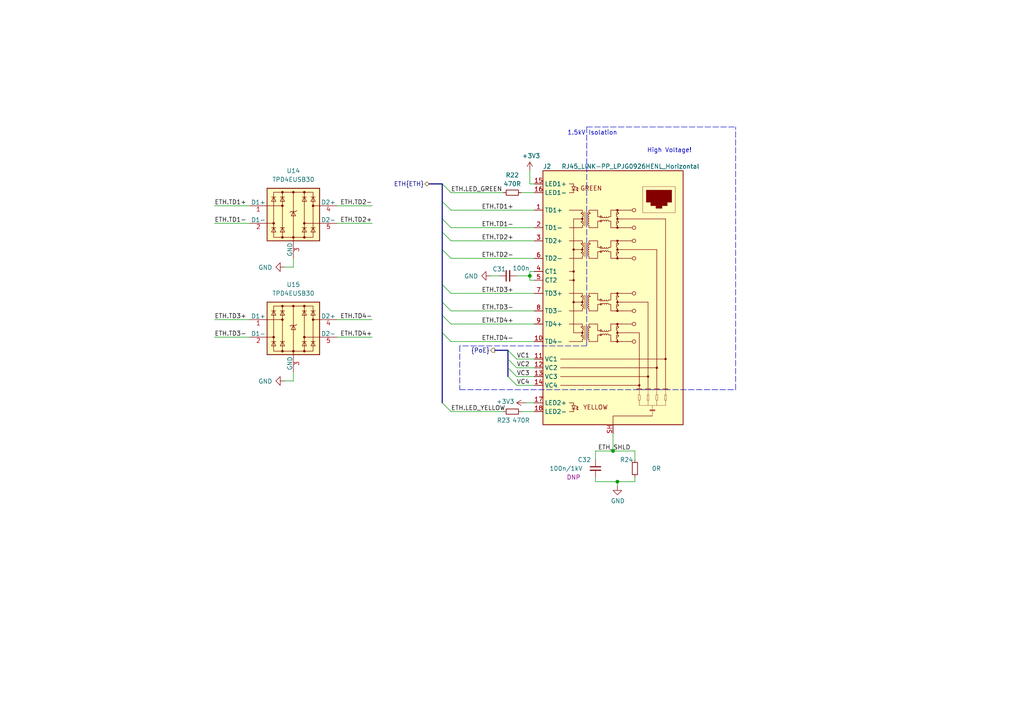
<source format=kicad_sch>
(kicad_sch (version 20211123) (generator eeschema)
  (paper "A4")
  (title_block (title "Ethernet") (date "2022-01-08") (rev "1.1") (company "Nabu Casa") (comment 1 "www.nabucasa.com") (comment 2 "Yellow"))
  (lib_symbols
    (symbol "Device:C_Small" (pin_numbers hide) (pin_names (offset 0.254) hide)
      (property "Reference" "C" (at 0.254 1.778 0))
      (property "Value" "C_Small" (at 0.254 -2.032 0))
      (symbol "C_Small_0_1"
        (polyline (pts (xy -1.524 -0.508) (xy 1.524 -0.508)) (stroke (width 0.3302)))
        (polyline (pts (xy -1.524 0.508) (xy 1.524 0.508)) (stroke (width 0.3048)))
      )
      (symbol "C_Small_1_1"
        (pin passive line (at 0 2.54 270) (length 2.032) (name "~") (number "1"))
        (pin passive line (at 0 -2.54 90) (length 2.032) (name "~") (number "2"))
      )
    )
    (symbol "Device:R_Small" (pin_numbers hide) (pin_names (offset 0.254) hide)
      (property "Reference" "R" (at 0.762 0.508 0))
      (property "Value" "R_Small" (at 0.762 -1.016 0))
      (symbol "R_Small_0_1"
        (rectangle (start -0.762 1.778) (end 0.762 -1.778) (stroke (width 0.2032)))
      )
      (symbol "R_Small_1_1"
        (pin passive line (at 0 2.54 270) (length 0.762) (name "~") (number "1"))
        (pin passive line (at 0 -2.54 90) (length 0.762) (name "~") (number "2"))
      )
    )
    (symbol "Power_Protection:TPD4EUSB30_1" (pin_names (offset 0))
      (property "Reference" "U" (at -0.635 8.89 0))
      (property "Value" "TPD4EUSB30" (at 8.89 -10.16 0))
      (symbol "TPD4EUSB30_1_0_0"
        (rectangle (start -5.715 6.477) (end 5.715 -6.604))
        (polyline (pts (xy -3.175 -6.604) (xy -3.175 6.477)))
        (polyline (pts (xy 0 6.477) (xy 0 -6.604)))
        (polyline (pts (xy 3.175 6.477) (xy 3.175 -6.604)))
      )
      (symbol "TPD4EUSB30_1_0_1"
        (rectangle (start -7.62 7.62) (end 7.62 -7.62) (stroke (width 0.254)) (fill (type background)))
        (circle (center -5.715 -2.54) (radius 0.2794) (fill (type outline)))
        (circle (center -3.175 -6.604) (radius 0.2794) (fill (type outline)))
        (circle (center -3.175 2.54) (radius 0.2794) (fill (type outline)))
        (circle (center -3.175 6.477) (radius 0.2794) (fill (type outline)))
        (circle (center 0 -6.604) (radius 0.2794) (fill (type outline)))
        (polyline (pts (xy -7.747 2.54) (xy -3.175 2.54)))
        (polyline (pts (xy -7.62 -2.54) (xy -5.715 -2.54)))
        (polyline (pts (xy -5.08 -3.81) (xy -6.35 -3.81)))
        (polyline (pts (xy -5.08 5.08) (xy -6.35 5.08)))
        (polyline (pts (xy -2.54 -3.81) (xy -3.81 -3.81)))
        (polyline (pts (xy -2.54 5.08) (xy -3.81 5.08)))
        (polyline (pts (xy -0.635 0.889) (xy -1.016 0.635)))
        (polyline (pts (xy 0 -6.604) (xy 0 -7.62)))
        (polyline (pts (xy 0.635 0.889) (xy -0.635 0.889)))
        (polyline (pts (xy 0.635 0.889) (xy 1.016 1.143)))
        (polyline (pts (xy 3.81 -3.81) (xy 2.54 -3.81)))
        (polyline (pts (xy 3.81 5.08) (xy 2.54 5.08)))
        (polyline (pts (xy 6.35 -3.81) (xy 5.08 -3.81)))
        (polyline (pts (xy 6.35 5.08) (xy 5.08 5.08)))
        (polyline (pts (xy 7.62 -2.54) (xy 3.175 -2.54)))
        (polyline (pts (xy 7.62 2.54) (xy 5.715 2.54)))
        (polyline (pts (xy -5.08 -5.08) (xy -6.35 -5.08) (xy -5.715 -3.81) (xy -5.08 -5.08)))
        (polyline (pts (xy -5.08 3.81) (xy -6.35 3.81) (xy -5.715 5.08) (xy -5.08 3.81)))
        (polyline (pts (xy -2.54 -5.08) (xy -3.81 -5.08) (xy -3.175 -3.81) (xy -2.54 -5.08)))
        (polyline (pts (xy -2.54 3.81) (xy -3.81 3.81) (xy -3.175 5.08) (xy -2.54 3.81)))
        (polyline (pts (xy 0.635 -0.381) (xy -0.635 -0.381) (xy 0 0.889) (xy 0.635 -0.381)))
        (polyline (pts (xy 3.81 -5.08) (xy 2.54 -5.08) (xy 3.175 -3.81) (xy 3.81 -5.08)))
        (polyline (pts (xy 3.81 3.81) (xy 2.54 3.81) (xy 3.175 5.08) (xy 3.81 3.81)))
        (polyline (pts (xy 6.35 -5.08) (xy 5.08 -5.08) (xy 5.715 -3.81) (xy 6.35 -5.08)))
        (polyline (pts (xy 6.35 3.81) (xy 5.08 3.81) (xy 5.715 5.08) (xy 6.35 3.81)))
        (circle (center 0 6.477) (radius 0.2794) (fill (type outline)))
        (circle (center 3.175 -6.604) (radius 0.2794) (fill (type outline)))
        (circle (center 3.175 -2.54) (radius 0.2794) (fill (type outline)))
        (circle (center 3.175 6.477) (radius 0.2794) (fill (type outline)))
        (circle (center 5.715 2.54) (radius 0.2794) (fill (type outline)))
      )
      (symbol "TPD4EUSB30_1_1_1"
        (pin passive line (at -12.7 2.54 0) (length 5.08) (name "D1+") (number "1"))
        (pin passive line (at -12.7 2.54 0) (length 5.08) hide (name "D1+") (number "10"))
        (pin passive line (at -12.7 -2.54 0) (length 5.08) (name "D1-") (number "2"))
        (pin power_in line (at 0 -12.7 90) (length 5.08) (name "GND") (number "3"))
        (pin passive line (at 12.7 2.54 180) (length 5.08) (name "D2+") (number "4"))
        (pin passive line (at 12.7 -2.54 180) (length 5.08) (name "D2-") (number "5"))
        (pin passive line (at 12.7 -2.54 180) (length 5.08) hide (name "D2-") (number "6"))
        (pin passive line (at 12.7 2.54 180) (length 5.08) hide (name "D2+") (number "7"))
        (pin passive line (at 0 -12.7 90) (length 5.08) hide (name "GND") (number "8"))
        (pin passive line (at -12.7 -2.54 0) (length 5.08) hide (name "D1-") (number "9"))
      )
    )
    (symbol "Yellow:RJ45_LINK-PP_LPJG0926HENL_Horizontal"
      (property "Reference" "J" (at -20.32 38.1 0))
      (property "Value" "RJ45_LINK-PP_LPJG0926HENL_Horizontal" (at 5.08 38.1 0))
      (symbol "RJ45_LINK-PP_LPJG0926HENL_Horizontal_0_0"
        (polyline (pts (xy 7.62 -31.242) (xy 15.24 -31.242)) (stroke (width 0.0006)))
        (polyline (pts (xy 7.62 -29.718) (xy 7.62 -31.242)) (stroke (width 0.0006)))
        (polyline (pts (xy 7.62 -26.67) (xy 7.62 -28.194)) (stroke (width 0.0006)))
        (polyline (pts (xy 10.16 -29.718) (xy 10.16 -31.242)) (stroke (width 0.0006)))
        (polyline (pts (xy 10.16 -26.67) (xy 10.16 -28.194)) (stroke (width 0.0006)))
        (polyline (pts (xy 11.43 -34.29) (xy 11.43 -32.766)) (stroke (width 0.0006)))
        (polyline (pts (xy 11.43 -32.512) (xy 11.43 -31.242)) (stroke (width 0.0006)))
        (polyline (pts (xy 12.7 -29.718) (xy 12.7 -31.242)) (stroke (width 0.0006)))
        (polyline (pts (xy 12.7 -26.67) (xy 12.7 -28.194)) (stroke (width 0.0006)))
        (polyline (pts (xy 15.24 -29.718) (xy 15.24 -31.242)) (stroke (width 0.0006)))
        (polyline (pts (xy 15.24 -26.67) (xy 15.24 -28.194)) (stroke (width 0.0006)))
        (rectangle (start 7.366 -28.194) (end 7.874 -29.718) (stroke (width 0.0006)))
        (rectangle (start 8.636 32.258) (end 18.034 24.638) (stroke (width 0.0006)))
        (rectangle (start 9.652 31.242) (end 17.018 27.686) (stroke (width 0.0006)) (fill (type outline)))
        (rectangle (start 9.906 -28.194) (end 10.414 -29.718) (stroke (width 0.0006)))
        (rectangle (start 10.922 27.686) (end 15.748 26.67) (stroke (width 0.0006)) (fill (type outline)))
        (rectangle (start 12.446 -28.194) (end 12.954 -29.718) (stroke (width 0.0006)))
        (rectangle (start 12.446 26.67) (end 14.224 25.908) (stroke (width 0.0006)) (fill (type outline)))
        (rectangle (start 14.986 -28.194) (end 15.494 -29.718) (stroke (width 0.0006)))
        (text "GREEN" (at -6.35 31.75 0) (effects (font (size 1.27 1.27))))
        (text "YELLOW" (at -5.08 -31.75 0) (effects (font (size 1.27 1.27))))
      )
      (symbol "RJ45_LINK-PP_LPJG0926HENL_Horizontal_0_1"
        (rectangle (start -20.32 36.83) (end 20.32 -36.83) (stroke (width 0.254)) (fill (type background)))
        (circle (center -11.43 -1.27) (radius 0.254) (fill (type outline)))
        (circle (center -11.43 5.08) (radius 0.254) (fill (type outline)))
        (circle (center -11.43 7.62) (radius 0.254) (fill (type outline)))
        (circle (center -11.43 13.97) (radius 0.254) (fill (type outline)))
        (circle (center -9.144 -11.049) (radius 0.127) (fill (type outline)))
        (circle (center -9.144 -8.509) (radius 0.127) (fill (type outline)))
        (circle (center -9.144 -2.159) (radius 0.127) (fill (type outline)))
        (circle (center -9.144 0.381) (radius 0.127) (fill (type outline)))
        (circle (center -9.144 13.081) (radius 0.127) (fill (type outline)))
        (circle (center -9.144 15.621) (radius 0.127) (fill (type outline)))
        (circle (center -9.144 21.971) (radius 0.127) (fill (type outline)))
        (circle (center -9.144 24.511) (radius 0.127) (fill (type outline)))
        (arc (start -8.89 -12.065) (mid -8.5849 -11.7475) (end -8.89 -11.43))
        (arc (start -8.89 -11.43) (mid -8.5849 -11.1125) (end -8.89 -10.795))
        (circle (center -8.89 -10.16) (radius 0.254) (fill (type outline)))
        (arc (start -8.89 -9.525) (mid -8.5849 -9.2075) (end -8.89 -8.89))
        (arc (start -8.89 -8.89) (mid -8.5849 -8.5725) (end -8.89 -8.255))
        (arc (start -8.89 -3.175) (mid -8.5849 -2.8575) (end -8.89 -2.54))
        (arc (start -8.89 -2.54) (mid -8.5849 -2.2225) (end -8.89 -1.905))
        (circle (center -8.89 -1.27) (radius 0.254) (fill (type outline)))
        (arc (start -8.89 -0.635) (mid -8.5849 -0.3175) (end -8.89 0))
        (arc (start -8.89 0) (mid -8.5849 0.3175) (end -8.89 0.635))
        (arc (start -8.89 12.065) (mid -8.5849 12.3825) (end -8.89 12.7))
        (arc (start -8.89 12.7) (mid -8.5849 13.0175) (end -8.89 13.335))
        (circle (center -8.89 13.97) (radius 0.254) (fill (type outline)))
        (arc (start -8.89 14.605) (mid -8.5849 14.9225) (end -8.89 15.24))
        (arc (start -8.89 15.24) (mid -8.5849 15.5575) (end -8.89 15.875))
        (arc (start -8.89 20.955) (mid -8.5849 21.2725) (end -8.89 21.59))
        (arc (start -8.89 21.59) (mid -8.5849 21.9075) (end -8.89 22.225))
        (circle (center -8.89 22.86) (radius 0.254) (fill (type outline)))
        (arc (start -8.89 23.495) (mid -8.5849 23.8125) (end -8.89 24.13))
        (arc (start -8.89 24.13) (mid -8.5849 24.4475) (end -8.89 24.765))
        (arc (start -6.985 -11.43) (mid -7.2901 -11.7475) (end -6.985 -12.065))
        (arc (start -6.985 -10.795) (mid -7.2901 -11.1125) (end -6.985 -11.43))
        (arc (start -6.985 -10.16) (mid -7.2901 -10.4775) (end -6.985 -10.795))
        (arc (start -6.985 -9.525) (mid -7.2901 -9.8425) (end -6.985 -10.16))
        (arc (start -6.985 -8.89) (mid -7.2901 -9.2075) (end -6.985 -9.525))
        (arc (start -6.985 -8.255) (mid -7.2901 -8.5725) (end -6.985 -8.89))
        (arc (start -6.985 -2.54) (mid -7.2901 -2.8575) (end -6.985 -3.175))
        (arc (start -6.985 -1.905) (mid -7.2901 -2.2225) (end -6.985 -2.54))
        (arc (start -6.985 -1.27) (mid -7.2901 -1.5875) (end -6.985 -1.905))
        (arc (start -6.985 -0.635) (mid -7.2901 -0.9525) (end -6.985 -1.27))
        (arc (start -6.985 0) (mid -7.2901 -0.3175) (end -6.985 -0.635))
        (arc (start -6.985 0.635) (mid -7.2901 0.3175) (end -6.985 0))
        (arc (start -6.985 12.7) (mid -7.2901 12.3825) (end -6.985 12.065))
        (arc (start -6.985 13.335) (mid -7.2901 13.0175) (end -6.985 12.7))
        (arc (start -6.985 13.97) (mid -7.2901 13.6525) (end -6.985 13.335))
        (arc (start -6.985 14.605) (mid -7.2901 14.2875) (end -6.985 13.97))
        (arc (start -6.985 15.24) (mid -7.2901 14.9225) (end -6.985 14.605))
        (arc (start -6.985 15.875) (mid -7.2901 15.5575) (end -6.985 15.24))
        (arc (start -6.985 21.59) (mid -7.2901 21.2725) (end -6.985 20.955))
        (arc (start -6.985 22.225) (mid -7.2901 21.9075) (end -6.985 21.59))
        (arc (start -6.985 22.86) (mid -7.2901 22.5425) (end -6.985 22.225))
        (arc (start -6.985 23.495) (mid -7.2901 23.1775) (end -6.985 22.86))
        (arc (start -6.985 24.13) (mid -7.2901 23.8125) (end -6.985 23.495))
        (arc (start -6.985 24.765) (mid -7.2901 24.4475) (end -6.985 24.13))
        (circle (center -6.731 -8.509) (radius 0.127) (fill (type outline)))
        (circle (center -6.731 0.381) (radius 0.127) (fill (type outline)))
        (circle (center -6.731 15.621) (radius 0.127) (fill (type outline)))
        (circle (center -6.731 24.511) (radius 0.127) (fill (type outline)))
        (arc (start -3.81 -9.525) (mid -3.4925 -9.8301) (end -3.175 -9.525))
        (arc (start -3.81 -0.635) (mid -3.4925 -0.9401) (end -3.175 -0.635))
        (arc (start -3.81 14.605) (mid -3.4925 14.2999) (end -3.175 14.605))
        (arc (start -3.81 23.495) (mid -3.4925 23.1899) (end -3.175 23.495))
        (circle (center -3.5306 -10.8966) (radius 0.127) (fill (type outline)))
        (circle (center -3.5306 -9.3726) (radius 0.127) (fill (type outline)))
        (circle (center -3.5306 -2.0066) (radius 0.127) (fill (type outline)))
        (circle (center -3.5306 -0.4826) (radius 0.127) (fill (type outline)))
        (circle (center -3.5306 13.2334) (radius 0.127) (fill (type outline)))
        (circle (center -3.5306 14.7574) (radius 0.127) (fill (type outline)))
        (circle (center -3.5306 22.1234) (radius 0.127) (fill (type outline)))
        (circle (center -3.5306 23.6474) (radius 0.127) (fill (type outline)))
        (arc (start -3.175 -10.795) (mid -3.4925 -10.4899) (end -3.81 -10.795))
        (arc (start -3.175 -9.525) (mid -2.8575 -9.8301) (end -2.54 -9.525))
        (arc (start -3.175 -1.905) (mid -3.4925 -1.5999) (end -3.81 -1.905))
        (arc (start -3.175 -0.635) (mid -2.8575 -0.9401) (end -2.54 -0.635))
        (arc (start -3.175 13.335) (mid -3.4925 13.6401) (end -3.81 13.335))
        (arc (start -3.175 14.605) (mid -2.8575 14.2999) (end -2.54 14.605))
        (arc (start -3.175 22.225) (mid -3.4925 22.5301) (end -3.81 22.225))
        (arc (start -3.175 23.495) (mid -2.8575 23.1899) (end -2.54 23.495))
        (arc (start -2.54 -10.795) (mid -2.8575 -10.4899) (end -3.175 -10.795))
        (arc (start -2.54 -9.525) (mid -2.2225 -9.8301) (end -1.905 -9.525))
        (arc (start -2.54 -1.905) (mid -2.8575 -1.5999) (end -3.175 -1.905))
        (arc (start -2.54 -0.635) (mid -2.2225 -0.9401) (end -1.905 -0.635))
        (arc (start -2.54 13.335) (mid -2.8575 13.6401) (end -3.175 13.335))
        (arc (start -2.54 14.605) (mid -2.2225 14.2999) (end -1.905 14.605))
        (arc (start -2.54 22.225) (mid -2.8575 22.5301) (end -3.175 22.225))
        (arc (start -2.54 23.495) (mid -2.2225 23.1899) (end -1.905 23.495))
        (arc (start -1.905 -10.795) (mid -2.2225 -10.4899) (end -2.54 -10.795))
        (arc (start -1.905 -9.525) (mid -1.5875 -9.8301) (end -1.27 -9.525))
        (arc (start -1.905 -1.905) (mid -2.2225 -1.5999) (end -2.54 -1.905))
        (arc (start -1.905 -0.635) (mid -1.5875 -0.9401) (end -1.27 -0.635))
        (arc (start -1.905 13.335) (mid -2.2225 13.6401) (end -2.54 13.335))
        (arc (start -1.905 14.605) (mid -1.5875 14.2999) (end -1.27 14.605))
        (arc (start -1.905 22.225) (mid -2.2225 22.5301) (end -2.54 22.225))
        (arc (start -1.905 23.495) (mid -1.5875 23.1899) (end -1.27 23.495))
        (arc (start -1.27 -10.795) (mid -1.5875 -10.4899) (end -1.905 -10.795))
        (arc (start -1.27 -1.905) (mid -1.5875 -1.5999) (end -1.905 -1.905))
        (arc (start -1.27 13.335) (mid -1.5875 13.6401) (end -1.905 13.335))
        (arc (start -1.27 22.225) (mid -1.5875 22.5301) (end -1.905 22.225))
        (polyline (pts (xy -15.24 -25.4) (xy 7.62 -25.4)))
        (polyline (pts (xy -15.24 -22.86) (xy 10.16 -22.86)))
        (polyline (pts (xy -15.24 -20.32) (xy 12.7 -20.32)))
        (polyline (pts (xy -15.24 -17.78) (xy 15.24 -17.78)))
        (polyline (pts (xy -12.7 -12.7) (xy -8.89 -12.7)))
        (polyline (pts (xy -12.7 -7.62) (xy -8.89 -7.62)))
        (polyline (pts (xy -12.7 -3.81) (xy -8.89 -3.81)))
        (polyline (pts (xy -12.7 1.27) (xy -8.89 1.27)))
        (polyline (pts (xy -12.7 5.08) (xy -11.43 5.08)))
        (polyline (pts (xy -12.7 7.62) (xy -11.43 7.62)))
        (polyline (pts (xy -12.7 11.43) (xy -8.89 11.43)))
        (polyline (pts (xy -12.7 16.51) (xy -8.89 16.51)))
        (polyline (pts (xy -12.7 20.32) (xy -8.89 20.32)))
        (polyline (pts (xy -12.7 25.4) (xy -8.89 25.4)))
        (polyline (pts (xy -11.43 -10.16) (xy -11.43 22.86)))
        (polyline (pts (xy -11.43 -10.16) (xy -8.89 -10.16)))
        (polyline (pts (xy -11.43 -1.27) (xy -8.89 -1.27)))
        (polyline (pts (xy -11.43 13.97) (xy -8.89 13.97)))
        (polyline (pts (xy -11.43 22.86) (xy -8.89 22.86)))
        (polyline (pts (xy -8.89 -12.7) (xy -8.89 -12.065)))
        (polyline (pts (xy -8.89 -10.16) (xy -8.89 -10.795)))
        (polyline (pts (xy -8.89 -10.16) (xy -8.89 -9.525)))
        (polyline (pts (xy -8.89 -7.62) (xy -8.89 -8.255)))
        (polyline (pts (xy -8.89 -3.81) (xy -8.89 -3.175)))
        (polyline (pts (xy -8.89 -1.27) (xy -8.89 -1.905)))
        (polyline (pts (xy -8.89 -1.27) (xy -8.89 -0.635)))
        (polyline (pts (xy -8.89 1.27) (xy -8.89 0.635)))
        (polyline (pts (xy -8.89 11.43) (xy -8.89 12.065)))
        (polyline (pts (xy -8.89 13.97) (xy -8.89 13.335)))
        (polyline (pts (xy -8.89 13.97) (xy -8.89 14.605)))
        (polyline (pts (xy -8.89 16.51) (xy -8.89 15.875)))
        (polyline (pts (xy -8.89 20.32) (xy -8.89 20.955)))
        (polyline (pts (xy -8.89 22.86) (xy -8.89 22.225)))
        (polyline (pts (xy -8.89 22.86) (xy -8.89 23.495)))
        (polyline (pts (xy -8.89 25.4) (xy -8.89 24.765)))
        (polyline (pts (xy -8.128 -12.192) (xy -8.128 -8.128)))
        (polyline (pts (xy -8.128 -3.302) (xy -8.128 0.762)))
        (polyline (pts (xy -8.128 11.938) (xy -8.128 16.002)))
        (polyline (pts (xy -8.128 20.828) (xy -8.128 24.892)))
        (polyline (pts (xy -7.62 -12.192) (xy -7.62 -8.128)))
        (polyline (pts (xy -7.62 -3.302) (xy -7.62 0.762)))
        (polyline (pts (xy -7.62 11.938) (xy -7.62 16.002)))
        (polyline (pts (xy -7.62 20.828) (xy -7.62 24.892)))
        (polyline (pts (xy -4.445 -9.525) (xy -3.81 -9.525)))
        (polyline (pts (xy -4.445 -0.635) (xy -3.81 -0.635)))
        (polyline (pts (xy -4.445 14.605) (xy -3.81 14.605)))
        (polyline (pts (xy -4.445 23.495) (xy -3.81 23.495)))
        (polyline (pts (xy -0.635 -12.7) (xy 0.635 -12.7)))
        (polyline (pts (xy -0.635 -7.62) (xy 0.635 -7.62)))
        (polyline (pts (xy -0.635 -3.81) (xy 0.635 -3.81)))
        (polyline (pts (xy -0.635 1.27) (xy 0.635 1.27)))
        (polyline (pts (xy -0.635 11.43) (xy 0.635 11.43)))
        (polyline (pts (xy -0.635 16.51) (xy 0.635 16.51)))
        (polyline (pts (xy -0.635 20.32) (xy 0.635 20.32)))
        (polyline (pts (xy -0.635 25.4) (xy 0.635 25.4)))
        (polyline (pts (xy 1.27 -12.7) (xy 1.27 -12.065)))
        (polyline (pts (xy 1.27 -10.16) (xy 1.27 -10.795)))
        (polyline (pts (xy 1.27 -10.16) (xy 1.27 -9.525)))
        (polyline (pts (xy 1.27 -7.62) (xy 1.27 -8.255)))
        (polyline (pts (xy 1.27 -3.81) (xy 1.27 -3.175)))
        (polyline (pts (xy 1.27 -1.27) (xy 1.27 -1.905)))
        (polyline (pts (xy 1.27 -1.27) (xy 1.27 -0.635)))
        (polyline (pts (xy 1.27 1.27) (xy 1.27 0.635)))
        (polyline (pts (xy 1.27 11.43) (xy 1.27 12.065)))
        (polyline (pts (xy 1.27 13.97) (xy 1.27 13.335)))
        (polyline (pts (xy 1.27 13.97) (xy 1.27 14.605)))
        (polyline (pts (xy 1.27 16.51) (xy 1.27 15.875)))
        (polyline (pts (xy 1.27 20.32) (xy 1.27 20.955)))
        (polyline (pts (xy 1.27 22.86) (xy 1.27 22.225)))
        (polyline (pts (xy 1.27 22.86) (xy 1.27 23.495)))
        (polyline (pts (xy 1.27 25.4) (xy 1.27 24.765)))
        (polyline (pts (xy 2.54 -12.7) (xy 1.27 -12.7)))
        (polyline (pts (xy 2.54 -12.7) (xy 5.588 -12.7)))
        (polyline (pts (xy 2.54 -10.16) (xy 1.27 -10.16)))
        (polyline (pts (xy 2.54 -10.16) (xy 7.62 -10.16)))
        (polyline (pts (xy 2.54 -7.62) (xy 1.27 -7.62)))
        (polyline (pts (xy 2.54 -7.62) (xy 5.588 -7.62)))
        (polyline (pts (xy 2.54 -3.81) (xy 1.27 -3.81)))
        (polyline (pts (xy 2.54 -3.81) (xy 5.588 -3.81)))
        (polyline (pts (xy 2.54 -1.27) (xy 1.27 -1.27)))
        (polyline (pts (xy 2.54 -1.27) (xy 10.16 -1.27)))
        (polyline (pts (xy 2.54 1.27) (xy 1.27 1.27)))
        (polyline (pts (xy 2.54 1.27) (xy 5.588 1.27)))
        (polyline (pts (xy 2.54 11.43) (xy 1.27 11.43)))
        (polyline (pts (xy 2.54 11.43) (xy 5.588 11.43)))
        (polyline (pts (xy 2.54 13.97) (xy 1.27 13.97)))
        (polyline (pts (xy 2.54 13.97) (xy 12.7 13.97)))
        (polyline (pts (xy 2.54 16.51) (xy 1.27 16.51)))
        (polyline (pts (xy 2.54 16.51) (xy 5.588 16.51)))
        (polyline (pts (xy 2.54 20.32) (xy 1.27 20.32)))
        (polyline (pts (xy 2.54 20.32) (xy 5.588 20.32)))
        (polyline (pts (xy 2.54 22.86) (xy 1.27 22.86)))
        (polyline (pts (xy 2.54 25.4) (xy 1.27 25.4)))
        (polyline (pts (xy 2.54 25.4) (xy 5.588 25.4)))
        (polyline (pts (xy 7.62 -26.416) (xy 7.62 -10.16)))
        (polyline (pts (xy 8.382 -26.67) (xy 6.858 -26.67)))
        (polyline (pts (xy 8.382 -26.416) (xy 6.858 -26.416)))
        (polyline (pts (xy 10.16 -26.416) (xy 10.16 -1.27)))
        (polyline (pts (xy 10.922 -26.67) (xy 9.398 -26.67)))
        (polyline (pts (xy 10.922 -26.416) (xy 9.398 -26.416)))
        (polyline (pts (xy 12.192 -32.766) (xy 10.668 -32.766)))
        (polyline (pts (xy 12.192 -32.512) (xy 10.668 -32.512)))
        (polyline (pts (xy 12.7 -26.416) (xy 12.7 13.97)))
        (polyline (pts (xy 13.462 -26.67) (xy 11.938 -26.67)))
        (polyline (pts (xy 13.462 -26.416) (xy 11.938 -26.416)))
        (polyline (pts (xy 15.24 -26.416) (xy 15.24 22.86)))
        (polyline (pts (xy 15.24 22.86) (xy 2.54 22.86)))
        (polyline (pts (xy 16.002 -26.67) (xy 14.478 -26.67)))
        (polyline (pts (xy 16.002 -26.416) (xy 14.478 -26.416)))
        (polyline (pts (xy -6.985 -12.065) (xy -6.985 -12.7) (xy -5.08 -12.7)))
        (polyline (pts (xy -6.985 -8.255) (xy -6.985 -7.62) (xy -5.08 -7.62)))
        (polyline (pts (xy -6.985 -3.175) (xy -6.985 -3.81) (xy -5.08 -3.81)))
        (polyline (pts (xy -6.985 0.635) (xy -6.985 1.27) (xy -5.08 1.27)))
        (polyline (pts (xy -6.985 12.065) (xy -6.985 11.43) (xy -5.08 11.43)))
        (polyline (pts (xy -6.985 15.875) (xy -6.985 16.51) (xy -5.08 16.51)))
        (polyline (pts (xy -6.985 20.955) (xy -6.985 20.32) (xy -5.08 20.32)))
        (polyline (pts (xy -6.985 24.765) (xy -6.985 25.4) (xy -5.08 25.4)))
        (polyline (pts (xy -5.08 -7.62) (xy -4.445 -7.62) (xy -4.445 -9.525)))
        (polyline (pts (xy -5.08 1.27) (xy -4.445 1.27) (xy -4.445 -0.635)))
        (polyline (pts (xy -5.08 16.51) (xy -4.445 16.51) (xy -4.445 14.605)))
        (polyline (pts (xy -5.08 25.4) (xy -4.445 25.4) (xy -4.445 23.495)))
        (polyline (pts (xy -1.27 -10.795) (xy -0.635 -10.795) (xy -0.635 -12.7)))
        (polyline (pts (xy -1.27 -9.525) (xy -0.635 -9.525) (xy -0.635 -7.62)))
        (polyline (pts (xy -1.27 -1.905) (xy -0.635 -1.905) (xy -0.635 -3.81)))
        (polyline (pts (xy -1.27 -0.635) (xy -0.635 -0.635) (xy -0.635 1.27)))
        (polyline (pts (xy -1.27 13.335) (xy -0.635 13.335) (xy -0.635 11.43)))
        (polyline (pts (xy -1.27 14.605) (xy -0.635 14.605) (xy -0.635 16.51)))
        (polyline (pts (xy -1.27 22.225) (xy -0.635 22.225) (xy -0.635 20.32)))
        (polyline (pts (xy -1.27 23.495) (xy -0.635 23.495) (xy -0.635 25.4)))
        (polyline (pts (xy 0.635 -12.7) (xy 1.27 -12.7) (xy 1.27 -12.065)))
        (polyline (pts (xy 0.635 -7.62) (xy 1.27 -7.62) (xy 1.27 -8.255)))
        (polyline (pts (xy 0.635 -3.81) (xy 1.27 -3.81) (xy 1.27 -3.175)))
        (polyline (pts (xy 0.635 1.27) (xy 1.27 1.27) (xy 1.27 0.635)))
        (polyline (pts (xy 0.635 11.43) (xy 1.27 11.43) (xy 1.27 12.065)))
        (polyline (pts (xy 0.635 16.51) (xy 1.27 16.51) (xy 1.27 15.875)))
        (polyline (pts (xy 0.635 20.32) (xy 1.27 20.32) (xy 1.27 20.955)))
        (polyline (pts (xy 0.635 25.4) (xy 1.27 25.4) (xy 1.27 24.765)))
        (polyline (pts (xy 11.43 -34.29) (xy 0 -34.29) (xy 0 -36.83)))
        (polyline (pts (xy -5.08 -12.7) (xy -4.445 -12.7) (xy -4.445 -10.795) (xy -3.81 -10.795)))
        (polyline (pts (xy -5.08 -3.81) (xy -4.445 -3.81) (xy -4.445 -1.905) (xy -3.81 -1.905)))
        (polyline (pts (xy -5.08 11.43) (xy -4.445 11.43) (xy -4.445 13.335) (xy -3.81 13.335)))
        (polyline (pts (xy -5.08 20.32) (xy -4.445 20.32) (xy -4.445 22.225) (xy -3.81 22.225)))
        (circle (center 1.27 -12.7) (radius 0.254) (fill (type outline)))
        (arc (start 1.27 -11.43) (mid 0.9395 -11.7475) (end 1.27 -12.065))
        (arc (start 1.27 -10.795) (mid 0.9395 -11.1125) (end 1.27 -11.43))
        (circle (center 1.27 -10.16) (radius 0.254) (fill (type outline)))
        (arc (start 1.27 -8.89) (mid 0.9395 -9.2075) (end 1.27 -9.525))
        (arc (start 1.27 -8.255) (mid 0.9395 -8.5725) (end 1.27 -8.89))
        (circle (center 1.27 -7.62) (radius 0.254) (fill (type outline)))
        (circle (center 1.27 -3.81) (radius 0.254) (fill (type outline)))
        (arc (start 1.27 -2.54) (mid 0.9395 -2.8575) (end 1.27 -3.175))
        (arc (start 1.27 -1.905) (mid 0.9395 -2.2225) (end 1.27 -2.54))
        (circle (center 1.27 -1.27) (radius 0.254) (fill (type outline)))
        (arc (start 1.27 0) (mid 0.9395 -0.3175) (end 1.27 -0.635))
        (arc (start 1.27 0.635) (mid 0.9395 0.3175) (end 1.27 0))
        (circle (center 1.27 1.27) (radius 0.254) (fill (type outline)))
        (circle (center 1.27 11.43) (radius 0.254) (fill (type outline)))
        (arc (start 1.27 12.7) (mid 0.9395 12.3825) (end 1.27 12.065))
        (arc (start 1.27 13.335) (mid 0.9395 13.0175) (end 1.27 12.7))
        (circle (center 1.27 13.97) (radius 0.254) (fill (type outline)))
        (arc (start 1.27 15.24) (mid 0.9395 14.9225) (end 1.27 14.605))
        (arc (start 1.27 15.875) (mid 0.9395 15.5575) (end 1.27 15.24))
        (circle (center 1.27 16.51) (radius 0.254) (fill (type outline)))
        (circle (center 1.27 20.32) (radius 0.254) (fill (type outline)))
        (arc (start 1.27 21.59) (mid 0.9395 21.2725) (end 1.27 20.955))
        (arc (start 1.27 22.225) (mid 0.9395 21.9075) (end 1.27 21.59))
        (circle (center 1.27 22.86) (radius 0.254) (fill (type outline)))
        (arc (start 1.27 24.13) (mid 0.9395 23.8125) (end 1.27 23.495))
        (arc (start 1.27 24.765) (mid 0.9395 24.4475) (end 1.27 24.13))
        (circle (center 1.27 25.4) (radius 0.254) (fill (type outline)))
        (circle (center 1.524 -11.049) (radius 0.127) (fill (type outline)))
        (circle (center 1.524 -8.509) (radius 0.127) (fill (type outline)))
        (circle (center 1.524 -2.159) (radius 0.127) (fill (type outline)))
        (circle (center 1.524 0.381) (radius 0.127) (fill (type outline)))
        (circle (center 1.524 13.081) (radius 0.127) (fill (type outline)))
        (circle (center 1.524 15.621) (radius 0.127) (fill (type outline)))
        (circle (center 1.524 21.971) (radius 0.127) (fill (type outline)))
        (circle (center 1.524 24.511) (radius 0.127) (fill (type outline)))
        (circle (center 6.096 -12.7) (radius 0.508))
        (circle (center 6.096 -7.62) (radius 0.508))
        (circle (center 6.096 -3.81) (radius 0.508))
        (circle (center 6.096 1.27) (radius 0.508))
        (circle (center 6.096 11.43) (radius 0.508))
        (circle (center 6.096 16.51) (radius 0.508))
        (circle (center 6.096 20.32) (radius 0.508))
        (circle (center 6.096 25.4) (radius 0.508))
        (circle (center 7.62 -25.4) (radius 0.254) (fill (type outline)))
        (circle (center 10.16 -22.86) (radius 0.254) (fill (type outline)))
        (circle (center 12.7 -20.32) (radius 0.254) (fill (type outline)))
        (circle (center 15.24 -17.78) (radius 0.254) (fill (type outline)))
      )
      (symbol "RJ45_LINK-PP_LPJG0926HENL_Horizontal_1_1"
        (polyline (pts (xy -12.7 -33.02) (xy -11.43 -33.02)))
        (polyline (pts (xy -12.7 -30.48) (xy -11.43 -30.48)))
        (polyline (pts (xy -12.7 30.48) (xy -11.43 30.48)))
        (polyline (pts (xy -12.7 33.02) (xy -11.43 33.02)))
        (polyline (pts (xy -11.938 -32.258) (xy -10.922 -32.258)))
        (polyline (pts (xy -11.938 31.242) (xy -10.922 31.242)))
        (polyline (pts (xy -11.43 -33.02) (xy -11.43 -32.258)))
        (polyline (pts (xy -11.43 -30.48) (xy -11.43 -31.242)))
        (polyline (pts (xy -11.43 30.48) (xy -11.43 31.242)))
        (polyline (pts (xy -11.43 33.02) (xy -11.43 32.258)))
        (polyline (pts (xy -10.16 -32.512) (xy -10.287 -32.131)))
        (polyline (pts (xy -10.16 -31.877) (xy -10.287 -31.496)))
        (polyline (pts (xy -10.16 30.988) (xy -10.287 31.369)))
        (polyline (pts (xy -10.16 31.623) (xy -10.287 32.004)))
        (polyline (pts (xy -10.668 -32.004) (xy -10.16 -32.512) (xy -10.541 -32.385)))
        (polyline (pts (xy -10.668 -31.369) (xy -10.16 -31.877) (xy -10.541 -31.75)))
        (polyline (pts (xy -10.668 31.496) (xy -10.16 30.988) (xy -10.541 31.115)))
        (polyline (pts (xy -10.668 32.131) (xy -10.16 31.623) (xy -10.541 31.75)))
        (polyline (pts (xy -11.43 -32.258) (xy -11.938 -31.242) (xy -10.922 -31.242) (xy -11.43 -32.258)))
        (polyline (pts (xy -11.43 31.242) (xy -11.938 32.258) (xy -10.922 32.258) (xy -11.43 31.242)))
        (pin passive line (at -22.86 25.4 0) (length 2.54) (name "TD1+") (number "1"))
        (pin passive line (at -22.86 -12.7 0) (length 2.54) (name "TD4-") (number "10"))
        (pin passive line (at -22.86 -17.78 0) (length 2.54) (name "VC1") (number "11"))
        (pin passive line (at -22.86 -20.32 0) (length 2.54) (name "VC2") (number "12"))
        (pin passive line (at -22.86 -22.86 0) (length 2.54) (name "VC3") (number "13"))
        (pin passive line (at -22.86 -25.4 0) (length 2.54) (name "VC4") (number "14"))
        (pin passive line (at -22.86 33.02 0) (length 2.54) (name "LED1+") (number "15"))
        (pin passive line (at -22.86 30.48 0) (length 2.54) (name "LED1-") (number "16"))
        (pin passive line (at -22.86 -30.48 0) (length 2.54) (name "LED2+") (number "17"))
        (pin passive line (at -22.86 -33.02 0) (length 2.54) (name "LED2-") (number "18"))
        (pin passive line (at -22.86 20.32 0) (length 2.54) (name "TD1-") (number "2"))
        (pin passive line (at -22.86 16.51 0) (length 2.54) (name "TD2+") (number "3"))
        (pin passive line (at -22.86 7.62 0) (length 2.54) (name "CT1") (number "4"))
        (pin passive line (at -22.86 5.08 0) (length 2.54) (name "CT2") (number "5"))
        (pin passive line (at -22.86 11.43 0) (length 2.54) (name "TD2-") (number "6"))
        (pin passive line (at -22.86 1.27 0) (length 2.54) (name "TD3+") (number "7"))
        (pin passive line (at -22.86 -3.81 0) (length 2.54) (name "TD3-") (number "8"))
        (pin passive line (at -22.86 -7.62 0) (length 2.54) (name "TD4+") (number "9"))
        (pin passive line (at 0 -39.37 90) (length 2.54) (name "~") (number "SH"))
      )
    )
    (symbol "Yellow:TPD4EUSB30" (pin_names (offset 0))
      (property "Reference" "U" (at -0.635 8.89 0))
      (property "Value" "TPD4EUSB30" (at 8.89 -10.16 0))
      (symbol "TPD4EUSB30_0_0"
        (rectangle (start -5.715 6.477) (end 5.715 -6.604))
        (polyline (pts (xy -3.175 -6.604) (xy -3.175 6.477)))
        (polyline (pts (xy 0 6.477) (xy 0 -6.604)))
        (polyline (pts (xy 3.175 6.477) (xy 3.175 -6.604)))
      )
      (symbol "TPD4EUSB30_0_1"
        (rectangle (start -7.62 7.62) (end 7.62 -7.62) (stroke (width 0.254)) (fill (type background)))
        (circle (center -5.715 -2.54) (radius 0.2794) (fill (type outline)))
        (circle (center -3.175 -6.604) (radius 0.2794) (fill (type outline)))
        (circle (center -3.175 2.54) (radius 0.2794) (fill (type outline)))
        (circle (center -3.175 6.477) (radius 0.2794) (fill (type outline)))
        (circle (center 0 -6.604) (radius 0.2794) (fill (type outline)))
        (polyline (pts (xy -7.747 2.54) (xy -3.175 2.54)))
        (polyline (pts (xy -7.62 -2.54) (xy -5.715 -2.54)))
        (polyline (pts (xy -5.08 -3.81) (xy -6.35 -3.81)))
        (polyline (pts (xy -5.08 5.08) (xy -6.35 5.08)))
        (polyline (pts (xy -2.54 -3.81) (xy -3.81 -3.81)))
        (polyline (pts (xy -2.54 5.08) (xy -3.81 5.08)))
        (polyline (pts (xy -0.635 0.889) (xy -1.016 0.635)))
        (polyline (pts (xy 0 -6.604) (xy 0 -7.62)))
        (polyline (pts (xy 0.635 0.889) (xy -0.635 0.889)))
        (polyline (pts (xy 0.635 0.889) (xy 1.016 1.143)))
        (polyline (pts (xy 3.81 -3.81) (xy 2.54 -3.81)))
        (polyline (pts (xy 3.81 5.08) (xy 2.54 5.08)))
        (polyline (pts (xy 6.35 -3.81) (xy 5.08 -3.81)))
        (polyline (pts (xy 6.35 5.08) (xy 5.08 5.08)))
        (polyline (pts (xy 7.62 -2.54) (xy 3.175 -2.54)))
        (polyline (pts (xy 7.62 2.54) (xy 5.715 2.54)))
        (polyline (pts (xy -5.08 -5.08) (xy -6.35 -5.08) (xy -5.715 -3.81) (xy -5.08 -5.08)))
        (polyline (pts (xy -5.08 3.81) (xy -6.35 3.81) (xy -5.715 5.08) (xy -5.08 3.81)))
        (polyline (pts (xy -2.54 -5.08) (xy -3.81 -5.08) (xy -3.175 -3.81) (xy -2.54 -5.08)))
        (polyline (pts (xy -2.54 3.81) (xy -3.81 3.81) (xy -3.175 5.08) (xy -2.54 3.81)))
        (polyline (pts (xy 0.635 -0.381) (xy -0.635 -0.381) (xy 0 0.889) (xy 0.635 -0.381)))
        (polyline (pts (xy 3.81 -5.08) (xy 2.54 -5.08) (xy 3.175 -3.81) (xy 3.81 -5.08)))
        (polyline (pts (xy 3.81 3.81) (xy 2.54 3.81) (xy 3.175 5.08) (xy 3.81 3.81)))
        (polyline (pts (xy 6.35 -5.08) (xy 5.08 -5.08) (xy 5.715 -3.81) (xy 6.35 -5.08)))
        (polyline (pts (xy 6.35 3.81) (xy 5.08 3.81) (xy 5.715 5.08) (xy 6.35 3.81)))
        (circle (center 0 6.477) (radius 0.2794) (fill (type outline)))
        (circle (center 3.175 -6.604) (radius 0.2794) (fill (type outline)))
        (circle (center 3.175 -2.54) (radius 0.2794) (fill (type outline)))
        (circle (center 3.175 6.477) (radius 0.2794) (fill (type outline)))
        (circle (center 5.715 2.54) (radius 0.2794) (fill (type outline)))
      )
      (symbol "TPD4EUSB30_1_1"
        (pin passive line (at -12.7 2.54 0) (length 5.08) (name "D1+") (number "1"))
        (pin passive line (at -12.7 2.54 0) (length 5.08) hide (name "D1+") (number "10"))
        (pin passive line (at -12.7 -2.54 0) (length 5.08) (name "D1-") (number "2"))
        (pin power_in line (at 0 -12.7 90) (length 5.08) (name "GND") (number "3"))
        (pin passive line (at 12.7 2.54 180) (length 5.08) (name "D2+") (number "4"))
        (pin passive line (at 12.7 -2.54 180) (length 5.08) (name "D2-") (number "5"))
        (pin passive line (at 12.7 -2.54 180) (length 5.08) hide (name "D2-") (number "6"))
        (pin passive line (at 12.7 2.54 180) (length 5.08) hide (name "D2+") (number "7"))
        (pin passive line (at 0 -12.7 90) (length 5.08) hide (name "GND") (number "8"))
        (pin passive line (at -12.7 -2.54 0) (length 5.08) hide (name "D1-") (number "9"))
      )
    )
    (symbol "power:+3V3" (power) (pin_names (offset 0))
      (property "Value" "+3V3" (at 0 3.556 0))
      (symbol "+3V3_0_1"
        (polyline (pts (xy -0.762 1.27) (xy 0 2.54)))
        (polyline (pts (xy 0 0) (xy 0 2.54)))
        (polyline (pts (xy 0 2.54) (xy 0.762 1.27)))
      )
      (symbol "+3V3_1_1"
        (pin power_in line (at 0 0 90) (length 0) hide (name "+3V3") (number "1"))
      )
    )
    (symbol "power:GND" (power) (pin_names (offset 0))
      (property "Value" "GND" (at 0 -3.81 0))
      (symbol "GND_0_1"
        (polyline (pts (xy 0 0) (xy 0 -1.27) (xy 1.27 -1.27) (xy 0 -2.54) (xy -1.27 -1.27) (xy 0 -1.27)))
      )
      (symbol "GND_1_1"
        (pin power_in line (at 0 0 270) (length 0) hide (name "GND") (number "1"))
      )
    )
  )
  (bus_alias "ETH" (members "TD1+" "TD1-" "TD2+" "TD2-" "TD3+" "TD3-" "TD4+" "TD4-" "LED_YELLOW" "LED_GREEN"))
  (bus_alias "PoE" (members "VC1" "VC2" "VC3" "VC4"))
  (junction (at 177.8 130.81) (diameter 0.9144))
  (junction (at 153.67 80.01) (diameter 0.9144))
  (junction (at 179.07 139.7) (diameter 0.9144))
  (bus_entry (at 128.27 58.42) (size 2.54 2.54) (stroke (width 0.1524)))
  (bus_entry (at 128.27 53.34) (size 2.54 2.54) (stroke (width 0.1524)))
  (bus_entry (at 149.86 111.76) (size -2.54 -2.54) (stroke (width 0.1524)))
  (bus_entry (at 128.27 82.55) (size 2.54 2.54) (stroke (width 0.1524)))
  (bus_entry (at 128.27 67.31) (size 2.54 2.54) (stroke (width 0.1524)))
  (bus_entry (at 128.27 63.5) (size 2.54 2.54) (stroke (width 0.1524)))
  (bus_entry (at 149.86 109.22) (size -2.54 -2.54) (stroke (width 0.1524)))
  (bus_entry (at 128.27 72.39) (size 2.54 2.54) (stroke (width 0.1524)))
  (bus_entry (at 149.86 106.68) (size -2.54 -2.54) (stroke (width 0.1524)))
  (bus_entry (at 128.27 91.44) (size 2.54 2.54) (stroke (width 0.1524)))
  (bus_entry (at 128.27 116.84) (size 2.54 2.54) (stroke (width 0.1524)))
  (bus_entry (at 128.27 96.52) (size 2.54 2.54) (stroke (width 0.1524)))
  (bus_entry (at 128.27 87.63) (size 2.54 2.54) (stroke (width 0.1524)))
  (bus_entry (at 149.86 104.14) (size -2.54 -2.54) (stroke (width 0.1524)))
  (polyline (pts (xy 170.18 36.83) (xy 170.18 100.33)) (stroke (width 0) (type dash)))
  (bus (pts (xy 147.32 101.6) (xy 147.32 104.14)))
  (bus (pts (xy 147.32 104.14) (xy 147.32 106.68)))
  (bus (pts (xy 147.32 106.68) (xy 147.32 109.22)))
  (wire (pts (xy 62.23 64.77) (xy 72.39 64.77)))
  (wire (pts (xy 130.81 69.85) (xy 154.94 69.85)))
  (wire (pts (xy 152.4 116.84) (xy 154.94 116.84)))
  (wire (pts (xy 85.09 77.47) (xy 82.55 77.47)))
  (wire (pts (xy 97.79 92.71) (xy 107.95 92.71)))
  (wire (pts (xy 149.86 109.22) (xy 154.94 109.22)))
  (wire (pts (xy 153.67 53.34) (xy 153.67 49.53)))
  (wire (pts (xy 62.23 59.69) (xy 72.39 59.69)))
  (wire (pts (xy 130.81 119.38) (xy 146.05 119.38)))
  (wire (pts (xy 85.09 110.49) (xy 82.55 110.49)))
  (wire (pts (xy 149.86 111.76) (xy 154.94 111.76)))
  (bus (pts (xy 128.27 91.44) (xy 128.27 96.52)))
  (bus (pts (xy 128.27 82.55) (xy 128.27 87.63)))
  (bus (pts (xy 128.27 87.63) (xy 128.27 91.44)))
  (bus (pts (xy 128.27 53.34) (xy 128.27 58.42)))
  (bus (pts (xy 128.27 58.42) (xy 128.27 63.5)))
  (bus (pts (xy 128.27 63.5) (xy 128.27 67.31)))
  (bus (pts (xy 128.27 67.31) (xy 128.27 72.39)))
  (bus (pts (xy 128.27 72.39) (xy 128.27 82.55)))
  (bus (pts (xy 128.27 96.52) (xy 128.27 116.84)))
  (wire (pts (xy 62.23 97.79) (xy 72.39 97.79)))
  (wire (pts (xy 85.09 107.95) (xy 85.09 110.49)))
  (wire (pts (xy 149.86 106.68) (xy 154.94 106.68)))
  (wire (pts (xy 151.13 55.88) (xy 154.94 55.88)))
  (wire (pts (xy 149.86 104.14) (xy 154.94 104.14)))
  (wire (pts (xy 142.24 80.01) (xy 144.78 80.01)))
  (wire (pts (xy 130.81 55.88) (xy 146.05 55.88)))
  (wire (pts (xy 172.72 139.7) (xy 179.07 139.7)))
  (polyline (pts (xy 170.18 100.33) (xy 133.35 100.33)) (stroke (width 0) (type dash)))
  (wire (pts (xy 153.67 81.28) (xy 154.94 81.28)))
  (wire (pts (xy 184.15 133.35) (xy 184.15 130.81)))
  (polyline (pts (xy 133.35 113.03) (xy 213.36 113.03)) (stroke (width 0) (type dash)))
  (wire (pts (xy 130.81 74.93) (xy 154.94 74.93)))
  (wire (pts (xy 153.67 78.74) (xy 153.67 80.01)))
  (wire (pts (xy 85.09 74.93) (xy 85.09 77.47)))
  (wire (pts (xy 130.81 66.04) (xy 154.94 66.04)))
  (wire (pts (xy 149.86 80.01) (xy 153.67 80.01)))
  (bus (pts (xy 143.51 101.6) (xy 147.32 101.6)))
  (wire (pts (xy 130.81 93.98) (xy 154.94 93.98)))
  (polyline (pts (xy 213.36 113.03) (xy 213.36 36.83)) (stroke (width 0) (type dash)))
  (polyline (pts (xy 133.35 100.33) (xy 133.35 113.03)) (stroke (width 0) (type dash)))
  (wire (pts (xy 153.67 80.01) (xy 153.67 81.28)))
  (wire (pts (xy 154.94 78.74) (xy 153.67 78.74)))
  (wire (pts (xy 151.13 119.38) (xy 154.94 119.38)))
  (wire (pts (xy 154.94 53.34) (xy 153.67 53.34)))
  (wire (pts (xy 97.79 64.77) (xy 107.95 64.77)))
  (wire (pts (xy 130.81 60.96) (xy 154.94 60.96)))
  (bus (pts (xy 124.46 53.34) (xy 128.27 53.34)))
  (wire (pts (xy 177.8 125.73) (xy 177.8 130.81)))
  (polyline (pts (xy 170.18 36.83) (xy 213.36 36.83)) (stroke (width 0) (type dash)))
  (wire (pts (xy 184.15 139.7) (xy 184.15 138.43)))
  (wire (pts (xy 179.07 139.7) (xy 184.15 139.7)))
  (wire (pts (xy 62.23 92.71) (xy 72.39 92.71)))
  (wire (pts (xy 97.79 59.69) (xy 107.95 59.69)))
  (wire (pts (xy 172.72 138.43) (xy 172.72 139.7)))
  (wire (pts (xy 177.8 130.81) (xy 172.72 130.81)))
  (wire (pts (xy 130.81 99.06) (xy 154.94 99.06)))
  (wire (pts (xy 130.81 90.17) (xy 154.94 90.17)))
  (wire (pts (xy 184.15 130.81) (xy 177.8 130.81)))
  (wire (pts (xy 130.81 85.09) (xy 154.94 85.09)))
  (wire (pts (xy 97.79 97.79) (xy 107.95 97.79)))
  (wire (pts (xy 172.72 130.81) (xy 172.72 133.35)))
  (wire (pts (xy 179.07 139.7) (xy 179.07 140.97)))
  (text "High Voltage!" (at 200.66 44.45 180) (effects (font (size 1.27 1.27)) (justify right bottom)))
  (text "1.5kV Isolation" (at 179.07 39.37 180) (effects (font (size 1.27 1.27)) (justify right bottom)))
  (label "ETH.TD1+" (at 139.7 60.96 0))
  (label "VC2" (at 149.86 106.68 0))
  (label "ETH.TD2-" (at 107.95 59.69 180))
  (label "ETH.TD4-" (at 107.95 92.71 180))
  (label "ETH.TD1-" (at 139.7 66.04 0))
  (label "ETH.TD3+" (at 62.23 92.71 0))
  (label "ETH_SHLD" (at 182.88 130.81 180))
  (label "ETH.TD2+" (at 107.95 64.77 180))
  (label "ETH.TD2-" (at 139.7 74.93 0))
  (label "ETH.TD1+" (at 62.23 59.69 0))
  (label "ETH.TD4+" (at 107.95 97.79 180))
  (label "ETH.TD3+" (at 139.7 85.09 0))
  (label "VC3" (at 149.86 109.22 0))
  (label "ETH.TD3-" (at 62.23 97.79 0))
  (label "ETH.LED_YELLOW" (at 130.81 119.38 0))
  (label "ETH.TD1-" (at 62.23 64.77 0))
  (label "ETH.TD2+" (at 139.7 69.85 0))
  (label "VC4" (at 149.86 111.76 0))
  (label "ETH.TD4+" (at 139.7 93.98 0))
  (label "ETH.LED_GREEN" (at 130.81 55.88 0))
  (label "ETH.TD3-" (at 139.7 90.17 0))
  (label "ETH.TD4-" (at 139.7 99.06 0))
  (label "VC1" (at 149.86 104.14 0))
  (hierarchical_label "{PoE}" (shape output) (at 143.51 101.6 180))
  (hierarchical_label "ETH{ETH}" (shape bidirectional) (at 124.46 53.34 180))
  (symbol (lib_id "power:+3V3") (at 152.4 116.84 90) (unit 1)
    (property "Reference" "#PWR087" (effects hide))
    (property "Value" "+3V3" (at 149.2249 116.4717 90) (effects (justify left)))
  )
  (symbol (lib_id "Device:R_Small") (at 148.59 119.38 90) (unit 1)
    (property "Reference" "R23" (at 146.05 121.92 90))
    (property "Value" "470R" (at 151.13 121.92 90))
    (property "Footprint" "Resistor_SMD:R_0402_1005Metric" (effects hide))
  )
  (symbol (lib_id "Device:R_Small") (at 184.15 135.89 180) (unit 1)
    (property "Reference" "R24" (at 181.7432 133.35 0))
    (property "Value" "0R" (at 190.392 135.89 0))
    (property "Footprint" "Resistor_SMD:R_1206_3216Metric" (effects hide))
  )
  (symbol (lib_id "Device:C_Small") (at 172.72 135.89 0) (unit 1)
    (property "Reference" "C32" (at 169.4877 133.35 0))
    (property "Value" "100n/1kV" (at 164.166 135.89 0))
    (property "Footprint" "Capacitor_SMD:C_1206_3216Metric" (effects hide))
    (property "Config" "DNP" (at 166.37 138.43 0))
  )
  (symbol (lib_id "power:GND") (at 82.55 77.47 270) (unit 1)
    (property "Reference" "#PWR084" (effects hide))
    (property "Value" "GND" (at 76.9556 77.5843 90))
  )
  (symbol (lib_id "Yellow:TPD4EUSB30") (at 85.09 95.25 0) (unit 1)
    (property "Reference" "U15" (at 85.09 82.55 0))
    (property "Value" "TPD4EUSB30" (at 85.09 85.09 0))
    (property "Footprint" "Package_SON:USON-10_2.5x1.0mm_P0.5mm" (effects hide))
    (property "Datasheet" "http://www.ti.com/lit/ds/symlink/tpd2eusb30a.pdf" (effects hide))
    (property "Manufacturer" "Texas Instruments" (effects hide))
    (property "PartNumber" "TPD4EUSB30DQAR" (effects hide))
  )
  (symbol (lib_id "Device:R_Small") (at 148.59 55.88 90) (unit 1)
    (property "Reference" "R22" (at 148.59 50.8 90))
    (property "Value" "470R" (at 148.59 53.34 90))
    (property "Footprint" "Resistor_SMD:R_0402_1005Metric" (effects hide))
  )
  (symbol (lib_id "Yellow:RJ45_LINK-PP_LPJG0926HENL_Horizontal") (at 177.8 86.36 0) (unit 1)
    (property "Reference" "J2" (at 157.48 48.26 0) (effects (justify left)))
    (property "Value" "RJ45_LINK-PP_LPJG0926HENL_Horizontal" (at 182.88 48.26 0))
    (property "Footprint" "Yellow:RJ45_LINK-PP_LPJG0926HENL_Horizontal" (effects hide))
    (property "Datasheet" "http://www.link-pp.com/upload/file/20180411/20180411182938293829.pdf" (effects hide))
    (property "Manufacturer" "LINK-PP" (effects hide))
    (property "PartNumber" "LPJG0926HENL" (effects hide))
  )
  (symbol (lib_id "power:GND") (at 179.07 140.97 0) (unit 1)
    (property "Reference" "#PWR089" (effects hide))
    (property "Value" "GND" (at 179.1843 145.2944 0))
  )
  (symbol (lib_id "Device:C_Small") (at 147.32 80.01 90) (unit 1)
    (property "Reference" "C31" (at 144.78 78.0477 90))
    (property "Value" "100n" (at 151.13 77.806 90))
    (property "Footprint" "Capacitor_SMD:C_0402_1005Metric" (effects hide))
  )
  (symbol (lib_id "power:GND") (at 82.55 110.49 270) (unit 1)
    (property "Reference" "#PWR085" (effects hide))
    (property "Value" "GND" (at 76.9556 110.6043 90))
  )
  (symbol (lib_name "Power_Protection:TPD4EUSB30_1") (lib_id "Yellow:TPD4EUSB30") (at 85.09 62.23 0) (unit 1)
    (property "Reference" "U14" (at 85.09 49.53 0))
    (property "Value" "TPD4EUSB30" (at 85.09 52.07 0))
    (property "Footprint" "Package_SON:USON-10_2.5x1.0mm_P0.5mm" (effects hide))
    (property "Datasheet" "http://www.ti.com/lit/ds/symlink/tpd2eusb30a.pdf" (effects hide))
    (property "Manufacturer" "Texas Instruments" (effects hide))
    (property "PartNumber" "TPD4EUSB30DQAR" (effects hide))
  )
  (symbol (lib_id "power:+3V3") (at 153.67 49.53 0) (unit 1)
    (property "Reference" "#PWR088" (effects hide))
    (property "Value" "+3V3" (at 154.0383 45.2056 0))
  )
  (symbol (lib_id "power:GND") (at 142.24 80.01 270) (unit 1)
    (property "Reference" "#PWR086" (effects hide))
    (property "Value" "GND" (at 136.6456 80.1243 90))
  )
)
</source>
